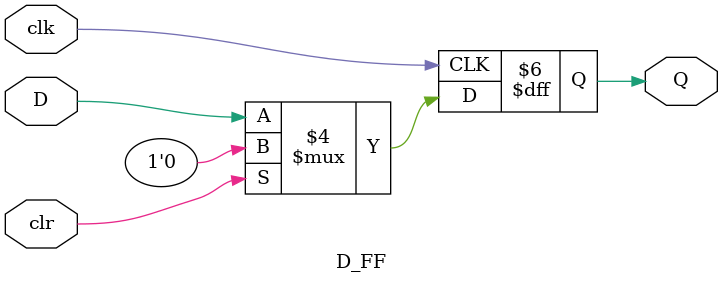
<source format=v>
`timescale 1ns / 1ps
module D_FF(Q,D,clk,clr);

	input D,clk,clr;
	output reg Q;
	
	always @(posedge clk)
		begin
		
		if(clr == 1'b1) Q <= 1'b0;
		
		else Q <= D;
		
		end
	
endmodule

</source>
